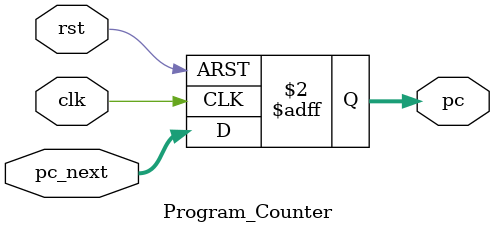
<source format=sv>
module Program_Counter( 
	input logic clk, 
	input logic rst, 
	input logic [31:0] pc_next, 
	output logic [31:0] pc


);

	always_ff@(posedge clk or posedge rst) begin 
		if (rst) 
			pc <= 32'h0; 
		else 
			pc <= pc_next; 
	end 
endmodule 
	
</source>
